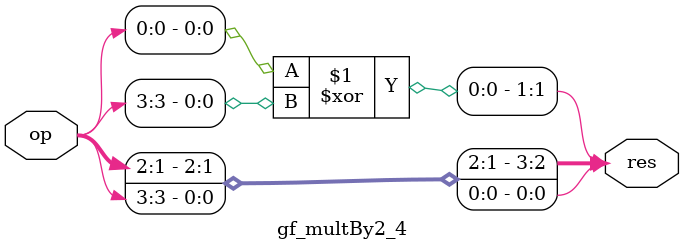
<source format=v>
module gf_multBy2_4(op, res);

// -------------------------------------------------------------------------- //
// ------------- Triple Modular Redundancy Generator Directives ------------- //
// -------------------------------------------------------------------------- //
// tmrg do_not_touch
// -------------------------------------------------------------------------- //

	input      [3:0] op;
	output     [3:0] res;

	assign res[0] = op[3];
	assign res[1] = op[0] ^ op[3];
	assign res[2] = op[1];
	assign res[3] = op[2];

endmodule

</source>
